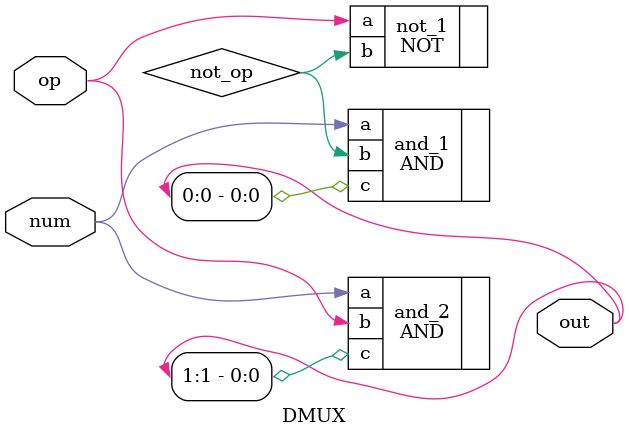
<source format=v>
`include "AND.v"
`include "NOT.v"

module DMUX(
    input wire num,
    input wire op,
    output wire [1:0] out
);

wire not_op;

NOT not_1(
    .a(op),
    .b(not_op)
);

AND and_1(
    .a(num),
    .b(not_op),
    .c(out[0])
);

AND and_2(
    .a(num),
    .b(op),
    .c(out[1])
);

endmodule


</source>
